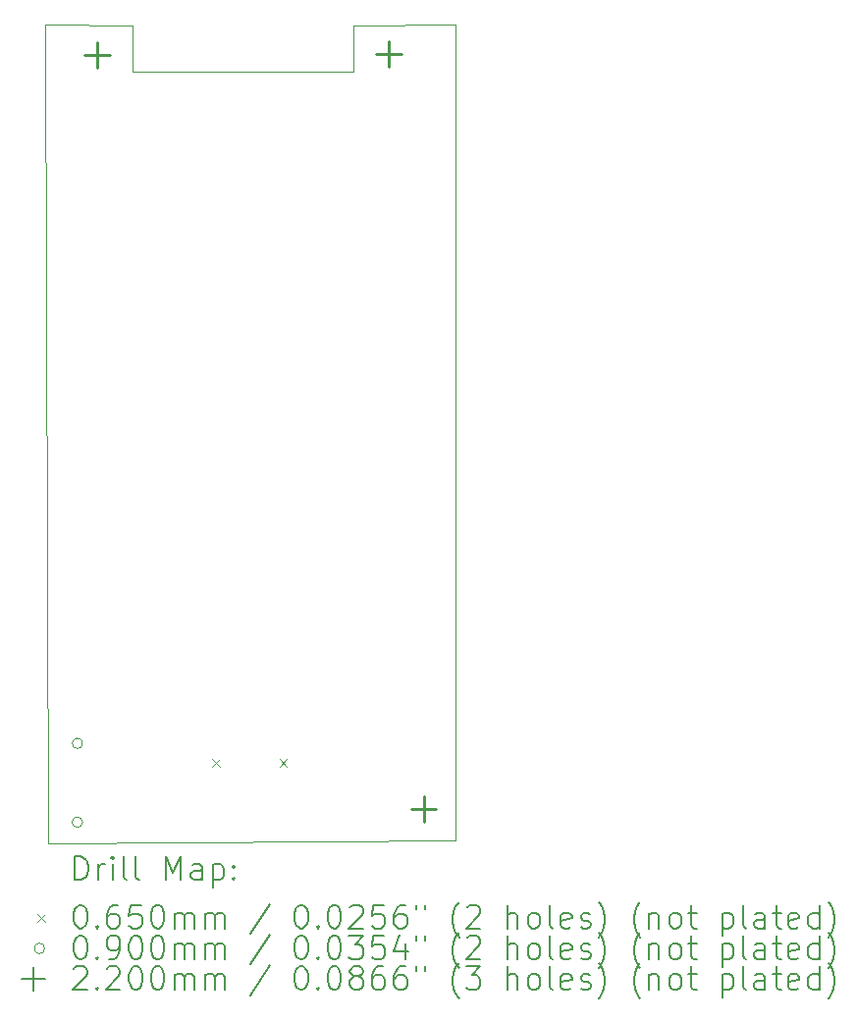
<source format=gbr>
%TF.GenerationSoftware,KiCad,Pcbnew,8.0.5-1.fc40*%
%TF.CreationDate,2024-10-05T09:11:12-05:00*%
%TF.ProjectId,PCB_ESP32,5043425f-4553-4503-9332-2e6b69636164,rev?*%
%TF.SameCoordinates,Original*%
%TF.FileFunction,Drillmap*%
%TF.FilePolarity,Positive*%
%FSLAX45Y45*%
G04 Gerber Fmt 4.5, Leading zero omitted, Abs format (unit mm)*
G04 Created by KiCad (PCBNEW 8.0.5-1.fc40) date 2024-10-05 09:11:12*
%MOMM*%
%LPD*%
G01*
G04 APERTURE LIST*
%ADD10C,0.050000*%
%ADD11C,0.200000*%
%ADD12C,0.100000*%
%ADD13C,0.220000*%
G04 APERTURE END LIST*
D10*
X17054000Y-13964000D02*
X13541000Y-13986000D01*
X13514000Y-6929000D01*
X14270000Y-6930000D01*
X14270000Y-7330000D01*
X16170000Y-7330000D01*
X16170000Y-6930000D01*
X17058000Y-6927000D01*
X17054000Y-13964000D01*
D11*
D12*
X14956500Y-13257000D02*
X15021500Y-13322000D01*
X15021500Y-13257000D02*
X14956500Y-13322000D01*
X15534500Y-13257000D02*
X15599500Y-13322000D01*
X15599500Y-13257000D02*
X15534500Y-13322000D01*
X13838000Y-13124000D02*
G75*
G02*
X13748000Y-13124000I-45000J0D01*
G01*
X13748000Y-13124000D02*
G75*
G02*
X13838000Y-13124000I45000J0D01*
G01*
X13838000Y-13804000D02*
G75*
G02*
X13748000Y-13804000I-45000J0D01*
G01*
X13748000Y-13804000D02*
G75*
G02*
X13838000Y-13804000I45000J0D01*
G01*
D13*
X13960000Y-7080000D02*
X13960000Y-7300000D01*
X13850000Y-7190000D02*
X14070000Y-7190000D01*
X16480000Y-7070000D02*
X16480000Y-7290000D01*
X16370000Y-7180000D02*
X16590000Y-7180000D01*
X16779000Y-13577000D02*
X16779000Y-13797000D01*
X16669000Y-13687000D02*
X16889000Y-13687000D01*
D11*
X13772277Y-14299984D02*
X13772277Y-14099984D01*
X13772277Y-14099984D02*
X13819896Y-14099984D01*
X13819896Y-14099984D02*
X13848467Y-14109508D01*
X13848467Y-14109508D02*
X13867515Y-14128555D01*
X13867515Y-14128555D02*
X13877039Y-14147603D01*
X13877039Y-14147603D02*
X13886562Y-14185698D01*
X13886562Y-14185698D02*
X13886562Y-14214269D01*
X13886562Y-14214269D02*
X13877039Y-14252365D01*
X13877039Y-14252365D02*
X13867515Y-14271412D01*
X13867515Y-14271412D02*
X13848467Y-14290460D01*
X13848467Y-14290460D02*
X13819896Y-14299984D01*
X13819896Y-14299984D02*
X13772277Y-14299984D01*
X13972277Y-14299984D02*
X13972277Y-14166650D01*
X13972277Y-14204746D02*
X13981801Y-14185698D01*
X13981801Y-14185698D02*
X13991324Y-14176174D01*
X13991324Y-14176174D02*
X14010372Y-14166650D01*
X14010372Y-14166650D02*
X14029420Y-14166650D01*
X14096086Y-14299984D02*
X14096086Y-14166650D01*
X14096086Y-14099984D02*
X14086562Y-14109508D01*
X14086562Y-14109508D02*
X14096086Y-14119031D01*
X14096086Y-14119031D02*
X14105610Y-14109508D01*
X14105610Y-14109508D02*
X14096086Y-14099984D01*
X14096086Y-14099984D02*
X14096086Y-14119031D01*
X14219896Y-14299984D02*
X14200848Y-14290460D01*
X14200848Y-14290460D02*
X14191324Y-14271412D01*
X14191324Y-14271412D02*
X14191324Y-14099984D01*
X14324658Y-14299984D02*
X14305610Y-14290460D01*
X14305610Y-14290460D02*
X14296086Y-14271412D01*
X14296086Y-14271412D02*
X14296086Y-14099984D01*
X14553229Y-14299984D02*
X14553229Y-14099984D01*
X14553229Y-14099984D02*
X14619896Y-14242841D01*
X14619896Y-14242841D02*
X14686562Y-14099984D01*
X14686562Y-14099984D02*
X14686562Y-14299984D01*
X14867515Y-14299984D02*
X14867515Y-14195222D01*
X14867515Y-14195222D02*
X14857991Y-14176174D01*
X14857991Y-14176174D02*
X14838943Y-14166650D01*
X14838943Y-14166650D02*
X14800848Y-14166650D01*
X14800848Y-14166650D02*
X14781801Y-14176174D01*
X14867515Y-14290460D02*
X14848467Y-14299984D01*
X14848467Y-14299984D02*
X14800848Y-14299984D01*
X14800848Y-14299984D02*
X14781801Y-14290460D01*
X14781801Y-14290460D02*
X14772277Y-14271412D01*
X14772277Y-14271412D02*
X14772277Y-14252365D01*
X14772277Y-14252365D02*
X14781801Y-14233317D01*
X14781801Y-14233317D02*
X14800848Y-14223793D01*
X14800848Y-14223793D02*
X14848467Y-14223793D01*
X14848467Y-14223793D02*
X14867515Y-14214269D01*
X14962753Y-14166650D02*
X14962753Y-14366650D01*
X14962753Y-14176174D02*
X14981801Y-14166650D01*
X14981801Y-14166650D02*
X15019896Y-14166650D01*
X15019896Y-14166650D02*
X15038943Y-14176174D01*
X15038943Y-14176174D02*
X15048467Y-14185698D01*
X15048467Y-14185698D02*
X15057991Y-14204746D01*
X15057991Y-14204746D02*
X15057991Y-14261888D01*
X15057991Y-14261888D02*
X15048467Y-14280936D01*
X15048467Y-14280936D02*
X15038943Y-14290460D01*
X15038943Y-14290460D02*
X15019896Y-14299984D01*
X15019896Y-14299984D02*
X14981801Y-14299984D01*
X14981801Y-14299984D02*
X14962753Y-14290460D01*
X15143705Y-14280936D02*
X15153229Y-14290460D01*
X15153229Y-14290460D02*
X15143705Y-14299984D01*
X15143705Y-14299984D02*
X15134182Y-14290460D01*
X15134182Y-14290460D02*
X15143705Y-14280936D01*
X15143705Y-14280936D02*
X15143705Y-14299984D01*
X15143705Y-14176174D02*
X15153229Y-14185698D01*
X15153229Y-14185698D02*
X15143705Y-14195222D01*
X15143705Y-14195222D02*
X15134182Y-14185698D01*
X15134182Y-14185698D02*
X15143705Y-14176174D01*
X15143705Y-14176174D02*
X15143705Y-14195222D01*
D12*
X13446500Y-14596000D02*
X13511500Y-14661000D01*
X13511500Y-14596000D02*
X13446500Y-14661000D01*
D11*
X13810372Y-14519984D02*
X13829420Y-14519984D01*
X13829420Y-14519984D02*
X13848467Y-14529508D01*
X13848467Y-14529508D02*
X13857991Y-14539031D01*
X13857991Y-14539031D02*
X13867515Y-14558079D01*
X13867515Y-14558079D02*
X13877039Y-14596174D01*
X13877039Y-14596174D02*
X13877039Y-14643793D01*
X13877039Y-14643793D02*
X13867515Y-14681888D01*
X13867515Y-14681888D02*
X13857991Y-14700936D01*
X13857991Y-14700936D02*
X13848467Y-14710460D01*
X13848467Y-14710460D02*
X13829420Y-14719984D01*
X13829420Y-14719984D02*
X13810372Y-14719984D01*
X13810372Y-14719984D02*
X13791324Y-14710460D01*
X13791324Y-14710460D02*
X13781801Y-14700936D01*
X13781801Y-14700936D02*
X13772277Y-14681888D01*
X13772277Y-14681888D02*
X13762753Y-14643793D01*
X13762753Y-14643793D02*
X13762753Y-14596174D01*
X13762753Y-14596174D02*
X13772277Y-14558079D01*
X13772277Y-14558079D02*
X13781801Y-14539031D01*
X13781801Y-14539031D02*
X13791324Y-14529508D01*
X13791324Y-14529508D02*
X13810372Y-14519984D01*
X13962753Y-14700936D02*
X13972277Y-14710460D01*
X13972277Y-14710460D02*
X13962753Y-14719984D01*
X13962753Y-14719984D02*
X13953229Y-14710460D01*
X13953229Y-14710460D02*
X13962753Y-14700936D01*
X13962753Y-14700936D02*
X13962753Y-14719984D01*
X14143705Y-14519984D02*
X14105610Y-14519984D01*
X14105610Y-14519984D02*
X14086562Y-14529508D01*
X14086562Y-14529508D02*
X14077039Y-14539031D01*
X14077039Y-14539031D02*
X14057991Y-14567603D01*
X14057991Y-14567603D02*
X14048467Y-14605698D01*
X14048467Y-14605698D02*
X14048467Y-14681888D01*
X14048467Y-14681888D02*
X14057991Y-14700936D01*
X14057991Y-14700936D02*
X14067515Y-14710460D01*
X14067515Y-14710460D02*
X14086562Y-14719984D01*
X14086562Y-14719984D02*
X14124658Y-14719984D01*
X14124658Y-14719984D02*
X14143705Y-14710460D01*
X14143705Y-14710460D02*
X14153229Y-14700936D01*
X14153229Y-14700936D02*
X14162753Y-14681888D01*
X14162753Y-14681888D02*
X14162753Y-14634269D01*
X14162753Y-14634269D02*
X14153229Y-14615222D01*
X14153229Y-14615222D02*
X14143705Y-14605698D01*
X14143705Y-14605698D02*
X14124658Y-14596174D01*
X14124658Y-14596174D02*
X14086562Y-14596174D01*
X14086562Y-14596174D02*
X14067515Y-14605698D01*
X14067515Y-14605698D02*
X14057991Y-14615222D01*
X14057991Y-14615222D02*
X14048467Y-14634269D01*
X14343705Y-14519984D02*
X14248467Y-14519984D01*
X14248467Y-14519984D02*
X14238943Y-14615222D01*
X14238943Y-14615222D02*
X14248467Y-14605698D01*
X14248467Y-14605698D02*
X14267515Y-14596174D01*
X14267515Y-14596174D02*
X14315134Y-14596174D01*
X14315134Y-14596174D02*
X14334182Y-14605698D01*
X14334182Y-14605698D02*
X14343705Y-14615222D01*
X14343705Y-14615222D02*
X14353229Y-14634269D01*
X14353229Y-14634269D02*
X14353229Y-14681888D01*
X14353229Y-14681888D02*
X14343705Y-14700936D01*
X14343705Y-14700936D02*
X14334182Y-14710460D01*
X14334182Y-14710460D02*
X14315134Y-14719984D01*
X14315134Y-14719984D02*
X14267515Y-14719984D01*
X14267515Y-14719984D02*
X14248467Y-14710460D01*
X14248467Y-14710460D02*
X14238943Y-14700936D01*
X14477039Y-14519984D02*
X14496086Y-14519984D01*
X14496086Y-14519984D02*
X14515134Y-14529508D01*
X14515134Y-14529508D02*
X14524658Y-14539031D01*
X14524658Y-14539031D02*
X14534182Y-14558079D01*
X14534182Y-14558079D02*
X14543705Y-14596174D01*
X14543705Y-14596174D02*
X14543705Y-14643793D01*
X14543705Y-14643793D02*
X14534182Y-14681888D01*
X14534182Y-14681888D02*
X14524658Y-14700936D01*
X14524658Y-14700936D02*
X14515134Y-14710460D01*
X14515134Y-14710460D02*
X14496086Y-14719984D01*
X14496086Y-14719984D02*
X14477039Y-14719984D01*
X14477039Y-14719984D02*
X14457991Y-14710460D01*
X14457991Y-14710460D02*
X14448467Y-14700936D01*
X14448467Y-14700936D02*
X14438943Y-14681888D01*
X14438943Y-14681888D02*
X14429420Y-14643793D01*
X14429420Y-14643793D02*
X14429420Y-14596174D01*
X14429420Y-14596174D02*
X14438943Y-14558079D01*
X14438943Y-14558079D02*
X14448467Y-14539031D01*
X14448467Y-14539031D02*
X14457991Y-14529508D01*
X14457991Y-14529508D02*
X14477039Y-14519984D01*
X14629420Y-14719984D02*
X14629420Y-14586650D01*
X14629420Y-14605698D02*
X14638943Y-14596174D01*
X14638943Y-14596174D02*
X14657991Y-14586650D01*
X14657991Y-14586650D02*
X14686563Y-14586650D01*
X14686563Y-14586650D02*
X14705610Y-14596174D01*
X14705610Y-14596174D02*
X14715134Y-14615222D01*
X14715134Y-14615222D02*
X14715134Y-14719984D01*
X14715134Y-14615222D02*
X14724658Y-14596174D01*
X14724658Y-14596174D02*
X14743705Y-14586650D01*
X14743705Y-14586650D02*
X14772277Y-14586650D01*
X14772277Y-14586650D02*
X14791324Y-14596174D01*
X14791324Y-14596174D02*
X14800848Y-14615222D01*
X14800848Y-14615222D02*
X14800848Y-14719984D01*
X14896086Y-14719984D02*
X14896086Y-14586650D01*
X14896086Y-14605698D02*
X14905610Y-14596174D01*
X14905610Y-14596174D02*
X14924658Y-14586650D01*
X14924658Y-14586650D02*
X14953229Y-14586650D01*
X14953229Y-14586650D02*
X14972277Y-14596174D01*
X14972277Y-14596174D02*
X14981801Y-14615222D01*
X14981801Y-14615222D02*
X14981801Y-14719984D01*
X14981801Y-14615222D02*
X14991324Y-14596174D01*
X14991324Y-14596174D02*
X15010372Y-14586650D01*
X15010372Y-14586650D02*
X15038943Y-14586650D01*
X15038943Y-14586650D02*
X15057991Y-14596174D01*
X15057991Y-14596174D02*
X15067515Y-14615222D01*
X15067515Y-14615222D02*
X15067515Y-14719984D01*
X15457991Y-14510460D02*
X15286563Y-14767603D01*
X15715134Y-14519984D02*
X15734182Y-14519984D01*
X15734182Y-14519984D02*
X15753229Y-14529508D01*
X15753229Y-14529508D02*
X15762753Y-14539031D01*
X15762753Y-14539031D02*
X15772277Y-14558079D01*
X15772277Y-14558079D02*
X15781801Y-14596174D01*
X15781801Y-14596174D02*
X15781801Y-14643793D01*
X15781801Y-14643793D02*
X15772277Y-14681888D01*
X15772277Y-14681888D02*
X15762753Y-14700936D01*
X15762753Y-14700936D02*
X15753229Y-14710460D01*
X15753229Y-14710460D02*
X15734182Y-14719984D01*
X15734182Y-14719984D02*
X15715134Y-14719984D01*
X15715134Y-14719984D02*
X15696086Y-14710460D01*
X15696086Y-14710460D02*
X15686563Y-14700936D01*
X15686563Y-14700936D02*
X15677039Y-14681888D01*
X15677039Y-14681888D02*
X15667515Y-14643793D01*
X15667515Y-14643793D02*
X15667515Y-14596174D01*
X15667515Y-14596174D02*
X15677039Y-14558079D01*
X15677039Y-14558079D02*
X15686563Y-14539031D01*
X15686563Y-14539031D02*
X15696086Y-14529508D01*
X15696086Y-14529508D02*
X15715134Y-14519984D01*
X15867515Y-14700936D02*
X15877039Y-14710460D01*
X15877039Y-14710460D02*
X15867515Y-14719984D01*
X15867515Y-14719984D02*
X15857991Y-14710460D01*
X15857991Y-14710460D02*
X15867515Y-14700936D01*
X15867515Y-14700936D02*
X15867515Y-14719984D01*
X16000848Y-14519984D02*
X16019896Y-14519984D01*
X16019896Y-14519984D02*
X16038944Y-14529508D01*
X16038944Y-14529508D02*
X16048467Y-14539031D01*
X16048467Y-14539031D02*
X16057991Y-14558079D01*
X16057991Y-14558079D02*
X16067515Y-14596174D01*
X16067515Y-14596174D02*
X16067515Y-14643793D01*
X16067515Y-14643793D02*
X16057991Y-14681888D01*
X16057991Y-14681888D02*
X16048467Y-14700936D01*
X16048467Y-14700936D02*
X16038944Y-14710460D01*
X16038944Y-14710460D02*
X16019896Y-14719984D01*
X16019896Y-14719984D02*
X16000848Y-14719984D01*
X16000848Y-14719984D02*
X15981801Y-14710460D01*
X15981801Y-14710460D02*
X15972277Y-14700936D01*
X15972277Y-14700936D02*
X15962753Y-14681888D01*
X15962753Y-14681888D02*
X15953229Y-14643793D01*
X15953229Y-14643793D02*
X15953229Y-14596174D01*
X15953229Y-14596174D02*
X15962753Y-14558079D01*
X15962753Y-14558079D02*
X15972277Y-14539031D01*
X15972277Y-14539031D02*
X15981801Y-14529508D01*
X15981801Y-14529508D02*
X16000848Y-14519984D01*
X16143706Y-14539031D02*
X16153229Y-14529508D01*
X16153229Y-14529508D02*
X16172277Y-14519984D01*
X16172277Y-14519984D02*
X16219896Y-14519984D01*
X16219896Y-14519984D02*
X16238944Y-14529508D01*
X16238944Y-14529508D02*
X16248467Y-14539031D01*
X16248467Y-14539031D02*
X16257991Y-14558079D01*
X16257991Y-14558079D02*
X16257991Y-14577127D01*
X16257991Y-14577127D02*
X16248467Y-14605698D01*
X16248467Y-14605698D02*
X16134182Y-14719984D01*
X16134182Y-14719984D02*
X16257991Y-14719984D01*
X16438944Y-14519984D02*
X16343706Y-14519984D01*
X16343706Y-14519984D02*
X16334182Y-14615222D01*
X16334182Y-14615222D02*
X16343706Y-14605698D01*
X16343706Y-14605698D02*
X16362753Y-14596174D01*
X16362753Y-14596174D02*
X16410372Y-14596174D01*
X16410372Y-14596174D02*
X16429420Y-14605698D01*
X16429420Y-14605698D02*
X16438944Y-14615222D01*
X16438944Y-14615222D02*
X16448467Y-14634269D01*
X16448467Y-14634269D02*
X16448467Y-14681888D01*
X16448467Y-14681888D02*
X16438944Y-14700936D01*
X16438944Y-14700936D02*
X16429420Y-14710460D01*
X16429420Y-14710460D02*
X16410372Y-14719984D01*
X16410372Y-14719984D02*
X16362753Y-14719984D01*
X16362753Y-14719984D02*
X16343706Y-14710460D01*
X16343706Y-14710460D02*
X16334182Y-14700936D01*
X16619896Y-14519984D02*
X16581801Y-14519984D01*
X16581801Y-14519984D02*
X16562753Y-14529508D01*
X16562753Y-14529508D02*
X16553229Y-14539031D01*
X16553229Y-14539031D02*
X16534182Y-14567603D01*
X16534182Y-14567603D02*
X16524658Y-14605698D01*
X16524658Y-14605698D02*
X16524658Y-14681888D01*
X16524658Y-14681888D02*
X16534182Y-14700936D01*
X16534182Y-14700936D02*
X16543706Y-14710460D01*
X16543706Y-14710460D02*
X16562753Y-14719984D01*
X16562753Y-14719984D02*
X16600848Y-14719984D01*
X16600848Y-14719984D02*
X16619896Y-14710460D01*
X16619896Y-14710460D02*
X16629420Y-14700936D01*
X16629420Y-14700936D02*
X16638944Y-14681888D01*
X16638944Y-14681888D02*
X16638944Y-14634269D01*
X16638944Y-14634269D02*
X16629420Y-14615222D01*
X16629420Y-14615222D02*
X16619896Y-14605698D01*
X16619896Y-14605698D02*
X16600848Y-14596174D01*
X16600848Y-14596174D02*
X16562753Y-14596174D01*
X16562753Y-14596174D02*
X16543706Y-14605698D01*
X16543706Y-14605698D02*
X16534182Y-14615222D01*
X16534182Y-14615222D02*
X16524658Y-14634269D01*
X16715134Y-14519984D02*
X16715134Y-14558079D01*
X16791325Y-14519984D02*
X16791325Y-14558079D01*
X17086563Y-14796174D02*
X17077039Y-14786650D01*
X17077039Y-14786650D02*
X17057991Y-14758079D01*
X17057991Y-14758079D02*
X17048468Y-14739031D01*
X17048468Y-14739031D02*
X17038944Y-14710460D01*
X17038944Y-14710460D02*
X17029420Y-14662841D01*
X17029420Y-14662841D02*
X17029420Y-14624746D01*
X17029420Y-14624746D02*
X17038944Y-14577127D01*
X17038944Y-14577127D02*
X17048468Y-14548555D01*
X17048468Y-14548555D02*
X17057991Y-14529508D01*
X17057991Y-14529508D02*
X17077039Y-14500936D01*
X17077039Y-14500936D02*
X17086563Y-14491412D01*
X17153230Y-14539031D02*
X17162753Y-14529508D01*
X17162753Y-14529508D02*
X17181801Y-14519984D01*
X17181801Y-14519984D02*
X17229420Y-14519984D01*
X17229420Y-14519984D02*
X17248468Y-14529508D01*
X17248468Y-14529508D02*
X17257991Y-14539031D01*
X17257991Y-14539031D02*
X17267515Y-14558079D01*
X17267515Y-14558079D02*
X17267515Y-14577127D01*
X17267515Y-14577127D02*
X17257991Y-14605698D01*
X17257991Y-14605698D02*
X17143706Y-14719984D01*
X17143706Y-14719984D02*
X17267515Y-14719984D01*
X17505611Y-14719984D02*
X17505611Y-14519984D01*
X17591325Y-14719984D02*
X17591325Y-14615222D01*
X17591325Y-14615222D02*
X17581801Y-14596174D01*
X17581801Y-14596174D02*
X17562753Y-14586650D01*
X17562753Y-14586650D02*
X17534182Y-14586650D01*
X17534182Y-14586650D02*
X17515134Y-14596174D01*
X17515134Y-14596174D02*
X17505611Y-14605698D01*
X17715134Y-14719984D02*
X17696087Y-14710460D01*
X17696087Y-14710460D02*
X17686563Y-14700936D01*
X17686563Y-14700936D02*
X17677039Y-14681888D01*
X17677039Y-14681888D02*
X17677039Y-14624746D01*
X17677039Y-14624746D02*
X17686563Y-14605698D01*
X17686563Y-14605698D02*
X17696087Y-14596174D01*
X17696087Y-14596174D02*
X17715134Y-14586650D01*
X17715134Y-14586650D02*
X17743706Y-14586650D01*
X17743706Y-14586650D02*
X17762753Y-14596174D01*
X17762753Y-14596174D02*
X17772277Y-14605698D01*
X17772277Y-14605698D02*
X17781801Y-14624746D01*
X17781801Y-14624746D02*
X17781801Y-14681888D01*
X17781801Y-14681888D02*
X17772277Y-14700936D01*
X17772277Y-14700936D02*
X17762753Y-14710460D01*
X17762753Y-14710460D02*
X17743706Y-14719984D01*
X17743706Y-14719984D02*
X17715134Y-14719984D01*
X17896087Y-14719984D02*
X17877039Y-14710460D01*
X17877039Y-14710460D02*
X17867515Y-14691412D01*
X17867515Y-14691412D02*
X17867515Y-14519984D01*
X18048468Y-14710460D02*
X18029420Y-14719984D01*
X18029420Y-14719984D02*
X17991325Y-14719984D01*
X17991325Y-14719984D02*
X17972277Y-14710460D01*
X17972277Y-14710460D02*
X17962753Y-14691412D01*
X17962753Y-14691412D02*
X17962753Y-14615222D01*
X17962753Y-14615222D02*
X17972277Y-14596174D01*
X17972277Y-14596174D02*
X17991325Y-14586650D01*
X17991325Y-14586650D02*
X18029420Y-14586650D01*
X18029420Y-14586650D02*
X18048468Y-14596174D01*
X18048468Y-14596174D02*
X18057992Y-14615222D01*
X18057992Y-14615222D02*
X18057992Y-14634269D01*
X18057992Y-14634269D02*
X17962753Y-14653317D01*
X18134182Y-14710460D02*
X18153230Y-14719984D01*
X18153230Y-14719984D02*
X18191325Y-14719984D01*
X18191325Y-14719984D02*
X18210373Y-14710460D01*
X18210373Y-14710460D02*
X18219896Y-14691412D01*
X18219896Y-14691412D02*
X18219896Y-14681888D01*
X18219896Y-14681888D02*
X18210373Y-14662841D01*
X18210373Y-14662841D02*
X18191325Y-14653317D01*
X18191325Y-14653317D02*
X18162753Y-14653317D01*
X18162753Y-14653317D02*
X18143706Y-14643793D01*
X18143706Y-14643793D02*
X18134182Y-14624746D01*
X18134182Y-14624746D02*
X18134182Y-14615222D01*
X18134182Y-14615222D02*
X18143706Y-14596174D01*
X18143706Y-14596174D02*
X18162753Y-14586650D01*
X18162753Y-14586650D02*
X18191325Y-14586650D01*
X18191325Y-14586650D02*
X18210373Y-14596174D01*
X18286563Y-14796174D02*
X18296087Y-14786650D01*
X18296087Y-14786650D02*
X18315134Y-14758079D01*
X18315134Y-14758079D02*
X18324658Y-14739031D01*
X18324658Y-14739031D02*
X18334182Y-14710460D01*
X18334182Y-14710460D02*
X18343706Y-14662841D01*
X18343706Y-14662841D02*
X18343706Y-14624746D01*
X18343706Y-14624746D02*
X18334182Y-14577127D01*
X18334182Y-14577127D02*
X18324658Y-14548555D01*
X18324658Y-14548555D02*
X18315134Y-14529508D01*
X18315134Y-14529508D02*
X18296087Y-14500936D01*
X18296087Y-14500936D02*
X18286563Y-14491412D01*
X18648468Y-14796174D02*
X18638944Y-14786650D01*
X18638944Y-14786650D02*
X18619896Y-14758079D01*
X18619896Y-14758079D02*
X18610373Y-14739031D01*
X18610373Y-14739031D02*
X18600849Y-14710460D01*
X18600849Y-14710460D02*
X18591325Y-14662841D01*
X18591325Y-14662841D02*
X18591325Y-14624746D01*
X18591325Y-14624746D02*
X18600849Y-14577127D01*
X18600849Y-14577127D02*
X18610373Y-14548555D01*
X18610373Y-14548555D02*
X18619896Y-14529508D01*
X18619896Y-14529508D02*
X18638944Y-14500936D01*
X18638944Y-14500936D02*
X18648468Y-14491412D01*
X18724658Y-14586650D02*
X18724658Y-14719984D01*
X18724658Y-14605698D02*
X18734182Y-14596174D01*
X18734182Y-14596174D02*
X18753230Y-14586650D01*
X18753230Y-14586650D02*
X18781801Y-14586650D01*
X18781801Y-14586650D02*
X18800849Y-14596174D01*
X18800849Y-14596174D02*
X18810373Y-14615222D01*
X18810373Y-14615222D02*
X18810373Y-14719984D01*
X18934182Y-14719984D02*
X18915134Y-14710460D01*
X18915134Y-14710460D02*
X18905611Y-14700936D01*
X18905611Y-14700936D02*
X18896087Y-14681888D01*
X18896087Y-14681888D02*
X18896087Y-14624746D01*
X18896087Y-14624746D02*
X18905611Y-14605698D01*
X18905611Y-14605698D02*
X18915134Y-14596174D01*
X18915134Y-14596174D02*
X18934182Y-14586650D01*
X18934182Y-14586650D02*
X18962754Y-14586650D01*
X18962754Y-14586650D02*
X18981801Y-14596174D01*
X18981801Y-14596174D02*
X18991325Y-14605698D01*
X18991325Y-14605698D02*
X19000849Y-14624746D01*
X19000849Y-14624746D02*
X19000849Y-14681888D01*
X19000849Y-14681888D02*
X18991325Y-14700936D01*
X18991325Y-14700936D02*
X18981801Y-14710460D01*
X18981801Y-14710460D02*
X18962754Y-14719984D01*
X18962754Y-14719984D02*
X18934182Y-14719984D01*
X19057992Y-14586650D02*
X19134182Y-14586650D01*
X19086563Y-14519984D02*
X19086563Y-14691412D01*
X19086563Y-14691412D02*
X19096087Y-14710460D01*
X19096087Y-14710460D02*
X19115134Y-14719984D01*
X19115134Y-14719984D02*
X19134182Y-14719984D01*
X19353230Y-14586650D02*
X19353230Y-14786650D01*
X19353230Y-14596174D02*
X19372277Y-14586650D01*
X19372277Y-14586650D02*
X19410373Y-14586650D01*
X19410373Y-14586650D02*
X19429420Y-14596174D01*
X19429420Y-14596174D02*
X19438944Y-14605698D01*
X19438944Y-14605698D02*
X19448468Y-14624746D01*
X19448468Y-14624746D02*
X19448468Y-14681888D01*
X19448468Y-14681888D02*
X19438944Y-14700936D01*
X19438944Y-14700936D02*
X19429420Y-14710460D01*
X19429420Y-14710460D02*
X19410373Y-14719984D01*
X19410373Y-14719984D02*
X19372277Y-14719984D01*
X19372277Y-14719984D02*
X19353230Y-14710460D01*
X19562754Y-14719984D02*
X19543706Y-14710460D01*
X19543706Y-14710460D02*
X19534182Y-14691412D01*
X19534182Y-14691412D02*
X19534182Y-14519984D01*
X19724658Y-14719984D02*
X19724658Y-14615222D01*
X19724658Y-14615222D02*
X19715135Y-14596174D01*
X19715135Y-14596174D02*
X19696087Y-14586650D01*
X19696087Y-14586650D02*
X19657992Y-14586650D01*
X19657992Y-14586650D02*
X19638944Y-14596174D01*
X19724658Y-14710460D02*
X19705611Y-14719984D01*
X19705611Y-14719984D02*
X19657992Y-14719984D01*
X19657992Y-14719984D02*
X19638944Y-14710460D01*
X19638944Y-14710460D02*
X19629420Y-14691412D01*
X19629420Y-14691412D02*
X19629420Y-14672365D01*
X19629420Y-14672365D02*
X19638944Y-14653317D01*
X19638944Y-14653317D02*
X19657992Y-14643793D01*
X19657992Y-14643793D02*
X19705611Y-14643793D01*
X19705611Y-14643793D02*
X19724658Y-14634269D01*
X19791325Y-14586650D02*
X19867515Y-14586650D01*
X19819896Y-14519984D02*
X19819896Y-14691412D01*
X19819896Y-14691412D02*
X19829420Y-14710460D01*
X19829420Y-14710460D02*
X19848468Y-14719984D01*
X19848468Y-14719984D02*
X19867515Y-14719984D01*
X20010373Y-14710460D02*
X19991325Y-14719984D01*
X19991325Y-14719984D02*
X19953230Y-14719984D01*
X19953230Y-14719984D02*
X19934182Y-14710460D01*
X19934182Y-14710460D02*
X19924658Y-14691412D01*
X19924658Y-14691412D02*
X19924658Y-14615222D01*
X19924658Y-14615222D02*
X19934182Y-14596174D01*
X19934182Y-14596174D02*
X19953230Y-14586650D01*
X19953230Y-14586650D02*
X19991325Y-14586650D01*
X19991325Y-14586650D02*
X20010373Y-14596174D01*
X20010373Y-14596174D02*
X20019896Y-14615222D01*
X20019896Y-14615222D02*
X20019896Y-14634269D01*
X20019896Y-14634269D02*
X19924658Y-14653317D01*
X20191325Y-14719984D02*
X20191325Y-14519984D01*
X20191325Y-14710460D02*
X20172277Y-14719984D01*
X20172277Y-14719984D02*
X20134182Y-14719984D01*
X20134182Y-14719984D02*
X20115135Y-14710460D01*
X20115135Y-14710460D02*
X20105611Y-14700936D01*
X20105611Y-14700936D02*
X20096087Y-14681888D01*
X20096087Y-14681888D02*
X20096087Y-14624746D01*
X20096087Y-14624746D02*
X20105611Y-14605698D01*
X20105611Y-14605698D02*
X20115135Y-14596174D01*
X20115135Y-14596174D02*
X20134182Y-14586650D01*
X20134182Y-14586650D02*
X20172277Y-14586650D01*
X20172277Y-14586650D02*
X20191325Y-14596174D01*
X20267516Y-14796174D02*
X20277039Y-14786650D01*
X20277039Y-14786650D02*
X20296087Y-14758079D01*
X20296087Y-14758079D02*
X20305611Y-14739031D01*
X20305611Y-14739031D02*
X20315135Y-14710460D01*
X20315135Y-14710460D02*
X20324658Y-14662841D01*
X20324658Y-14662841D02*
X20324658Y-14624746D01*
X20324658Y-14624746D02*
X20315135Y-14577127D01*
X20315135Y-14577127D02*
X20305611Y-14548555D01*
X20305611Y-14548555D02*
X20296087Y-14529508D01*
X20296087Y-14529508D02*
X20277039Y-14500936D01*
X20277039Y-14500936D02*
X20267516Y-14491412D01*
D12*
X13511500Y-14892500D02*
G75*
G02*
X13421500Y-14892500I-45000J0D01*
G01*
X13421500Y-14892500D02*
G75*
G02*
X13511500Y-14892500I45000J0D01*
G01*
D11*
X13810372Y-14783984D02*
X13829420Y-14783984D01*
X13829420Y-14783984D02*
X13848467Y-14793508D01*
X13848467Y-14793508D02*
X13857991Y-14803031D01*
X13857991Y-14803031D02*
X13867515Y-14822079D01*
X13867515Y-14822079D02*
X13877039Y-14860174D01*
X13877039Y-14860174D02*
X13877039Y-14907793D01*
X13877039Y-14907793D02*
X13867515Y-14945888D01*
X13867515Y-14945888D02*
X13857991Y-14964936D01*
X13857991Y-14964936D02*
X13848467Y-14974460D01*
X13848467Y-14974460D02*
X13829420Y-14983984D01*
X13829420Y-14983984D02*
X13810372Y-14983984D01*
X13810372Y-14983984D02*
X13791324Y-14974460D01*
X13791324Y-14974460D02*
X13781801Y-14964936D01*
X13781801Y-14964936D02*
X13772277Y-14945888D01*
X13772277Y-14945888D02*
X13762753Y-14907793D01*
X13762753Y-14907793D02*
X13762753Y-14860174D01*
X13762753Y-14860174D02*
X13772277Y-14822079D01*
X13772277Y-14822079D02*
X13781801Y-14803031D01*
X13781801Y-14803031D02*
X13791324Y-14793508D01*
X13791324Y-14793508D02*
X13810372Y-14783984D01*
X13962753Y-14964936D02*
X13972277Y-14974460D01*
X13972277Y-14974460D02*
X13962753Y-14983984D01*
X13962753Y-14983984D02*
X13953229Y-14974460D01*
X13953229Y-14974460D02*
X13962753Y-14964936D01*
X13962753Y-14964936D02*
X13962753Y-14983984D01*
X14067515Y-14983984D02*
X14105610Y-14983984D01*
X14105610Y-14983984D02*
X14124658Y-14974460D01*
X14124658Y-14974460D02*
X14134182Y-14964936D01*
X14134182Y-14964936D02*
X14153229Y-14936365D01*
X14153229Y-14936365D02*
X14162753Y-14898269D01*
X14162753Y-14898269D02*
X14162753Y-14822079D01*
X14162753Y-14822079D02*
X14153229Y-14803031D01*
X14153229Y-14803031D02*
X14143705Y-14793508D01*
X14143705Y-14793508D02*
X14124658Y-14783984D01*
X14124658Y-14783984D02*
X14086562Y-14783984D01*
X14086562Y-14783984D02*
X14067515Y-14793508D01*
X14067515Y-14793508D02*
X14057991Y-14803031D01*
X14057991Y-14803031D02*
X14048467Y-14822079D01*
X14048467Y-14822079D02*
X14048467Y-14869698D01*
X14048467Y-14869698D02*
X14057991Y-14888746D01*
X14057991Y-14888746D02*
X14067515Y-14898269D01*
X14067515Y-14898269D02*
X14086562Y-14907793D01*
X14086562Y-14907793D02*
X14124658Y-14907793D01*
X14124658Y-14907793D02*
X14143705Y-14898269D01*
X14143705Y-14898269D02*
X14153229Y-14888746D01*
X14153229Y-14888746D02*
X14162753Y-14869698D01*
X14286562Y-14783984D02*
X14305610Y-14783984D01*
X14305610Y-14783984D02*
X14324658Y-14793508D01*
X14324658Y-14793508D02*
X14334182Y-14803031D01*
X14334182Y-14803031D02*
X14343705Y-14822079D01*
X14343705Y-14822079D02*
X14353229Y-14860174D01*
X14353229Y-14860174D02*
X14353229Y-14907793D01*
X14353229Y-14907793D02*
X14343705Y-14945888D01*
X14343705Y-14945888D02*
X14334182Y-14964936D01*
X14334182Y-14964936D02*
X14324658Y-14974460D01*
X14324658Y-14974460D02*
X14305610Y-14983984D01*
X14305610Y-14983984D02*
X14286562Y-14983984D01*
X14286562Y-14983984D02*
X14267515Y-14974460D01*
X14267515Y-14974460D02*
X14257991Y-14964936D01*
X14257991Y-14964936D02*
X14248467Y-14945888D01*
X14248467Y-14945888D02*
X14238943Y-14907793D01*
X14238943Y-14907793D02*
X14238943Y-14860174D01*
X14238943Y-14860174D02*
X14248467Y-14822079D01*
X14248467Y-14822079D02*
X14257991Y-14803031D01*
X14257991Y-14803031D02*
X14267515Y-14793508D01*
X14267515Y-14793508D02*
X14286562Y-14783984D01*
X14477039Y-14783984D02*
X14496086Y-14783984D01*
X14496086Y-14783984D02*
X14515134Y-14793508D01*
X14515134Y-14793508D02*
X14524658Y-14803031D01*
X14524658Y-14803031D02*
X14534182Y-14822079D01*
X14534182Y-14822079D02*
X14543705Y-14860174D01*
X14543705Y-14860174D02*
X14543705Y-14907793D01*
X14543705Y-14907793D02*
X14534182Y-14945888D01*
X14534182Y-14945888D02*
X14524658Y-14964936D01*
X14524658Y-14964936D02*
X14515134Y-14974460D01*
X14515134Y-14974460D02*
X14496086Y-14983984D01*
X14496086Y-14983984D02*
X14477039Y-14983984D01*
X14477039Y-14983984D02*
X14457991Y-14974460D01*
X14457991Y-14974460D02*
X14448467Y-14964936D01*
X14448467Y-14964936D02*
X14438943Y-14945888D01*
X14438943Y-14945888D02*
X14429420Y-14907793D01*
X14429420Y-14907793D02*
X14429420Y-14860174D01*
X14429420Y-14860174D02*
X14438943Y-14822079D01*
X14438943Y-14822079D02*
X14448467Y-14803031D01*
X14448467Y-14803031D02*
X14457991Y-14793508D01*
X14457991Y-14793508D02*
X14477039Y-14783984D01*
X14629420Y-14983984D02*
X14629420Y-14850650D01*
X14629420Y-14869698D02*
X14638943Y-14860174D01*
X14638943Y-14860174D02*
X14657991Y-14850650D01*
X14657991Y-14850650D02*
X14686563Y-14850650D01*
X14686563Y-14850650D02*
X14705610Y-14860174D01*
X14705610Y-14860174D02*
X14715134Y-14879222D01*
X14715134Y-14879222D02*
X14715134Y-14983984D01*
X14715134Y-14879222D02*
X14724658Y-14860174D01*
X14724658Y-14860174D02*
X14743705Y-14850650D01*
X14743705Y-14850650D02*
X14772277Y-14850650D01*
X14772277Y-14850650D02*
X14791324Y-14860174D01*
X14791324Y-14860174D02*
X14800848Y-14879222D01*
X14800848Y-14879222D02*
X14800848Y-14983984D01*
X14896086Y-14983984D02*
X14896086Y-14850650D01*
X14896086Y-14869698D02*
X14905610Y-14860174D01*
X14905610Y-14860174D02*
X14924658Y-14850650D01*
X14924658Y-14850650D02*
X14953229Y-14850650D01*
X14953229Y-14850650D02*
X14972277Y-14860174D01*
X14972277Y-14860174D02*
X14981801Y-14879222D01*
X14981801Y-14879222D02*
X14981801Y-14983984D01*
X14981801Y-14879222D02*
X14991324Y-14860174D01*
X14991324Y-14860174D02*
X15010372Y-14850650D01*
X15010372Y-14850650D02*
X15038943Y-14850650D01*
X15038943Y-14850650D02*
X15057991Y-14860174D01*
X15057991Y-14860174D02*
X15067515Y-14879222D01*
X15067515Y-14879222D02*
X15067515Y-14983984D01*
X15457991Y-14774460D02*
X15286563Y-15031603D01*
X15715134Y-14783984D02*
X15734182Y-14783984D01*
X15734182Y-14783984D02*
X15753229Y-14793508D01*
X15753229Y-14793508D02*
X15762753Y-14803031D01*
X15762753Y-14803031D02*
X15772277Y-14822079D01*
X15772277Y-14822079D02*
X15781801Y-14860174D01*
X15781801Y-14860174D02*
X15781801Y-14907793D01*
X15781801Y-14907793D02*
X15772277Y-14945888D01*
X15772277Y-14945888D02*
X15762753Y-14964936D01*
X15762753Y-14964936D02*
X15753229Y-14974460D01*
X15753229Y-14974460D02*
X15734182Y-14983984D01*
X15734182Y-14983984D02*
X15715134Y-14983984D01*
X15715134Y-14983984D02*
X15696086Y-14974460D01*
X15696086Y-14974460D02*
X15686563Y-14964936D01*
X15686563Y-14964936D02*
X15677039Y-14945888D01*
X15677039Y-14945888D02*
X15667515Y-14907793D01*
X15667515Y-14907793D02*
X15667515Y-14860174D01*
X15667515Y-14860174D02*
X15677039Y-14822079D01*
X15677039Y-14822079D02*
X15686563Y-14803031D01*
X15686563Y-14803031D02*
X15696086Y-14793508D01*
X15696086Y-14793508D02*
X15715134Y-14783984D01*
X15867515Y-14964936D02*
X15877039Y-14974460D01*
X15877039Y-14974460D02*
X15867515Y-14983984D01*
X15867515Y-14983984D02*
X15857991Y-14974460D01*
X15857991Y-14974460D02*
X15867515Y-14964936D01*
X15867515Y-14964936D02*
X15867515Y-14983984D01*
X16000848Y-14783984D02*
X16019896Y-14783984D01*
X16019896Y-14783984D02*
X16038944Y-14793508D01*
X16038944Y-14793508D02*
X16048467Y-14803031D01*
X16048467Y-14803031D02*
X16057991Y-14822079D01*
X16057991Y-14822079D02*
X16067515Y-14860174D01*
X16067515Y-14860174D02*
X16067515Y-14907793D01*
X16067515Y-14907793D02*
X16057991Y-14945888D01*
X16057991Y-14945888D02*
X16048467Y-14964936D01*
X16048467Y-14964936D02*
X16038944Y-14974460D01*
X16038944Y-14974460D02*
X16019896Y-14983984D01*
X16019896Y-14983984D02*
X16000848Y-14983984D01*
X16000848Y-14983984D02*
X15981801Y-14974460D01*
X15981801Y-14974460D02*
X15972277Y-14964936D01*
X15972277Y-14964936D02*
X15962753Y-14945888D01*
X15962753Y-14945888D02*
X15953229Y-14907793D01*
X15953229Y-14907793D02*
X15953229Y-14860174D01*
X15953229Y-14860174D02*
X15962753Y-14822079D01*
X15962753Y-14822079D02*
X15972277Y-14803031D01*
X15972277Y-14803031D02*
X15981801Y-14793508D01*
X15981801Y-14793508D02*
X16000848Y-14783984D01*
X16134182Y-14783984D02*
X16257991Y-14783984D01*
X16257991Y-14783984D02*
X16191325Y-14860174D01*
X16191325Y-14860174D02*
X16219896Y-14860174D01*
X16219896Y-14860174D02*
X16238944Y-14869698D01*
X16238944Y-14869698D02*
X16248467Y-14879222D01*
X16248467Y-14879222D02*
X16257991Y-14898269D01*
X16257991Y-14898269D02*
X16257991Y-14945888D01*
X16257991Y-14945888D02*
X16248467Y-14964936D01*
X16248467Y-14964936D02*
X16238944Y-14974460D01*
X16238944Y-14974460D02*
X16219896Y-14983984D01*
X16219896Y-14983984D02*
X16162753Y-14983984D01*
X16162753Y-14983984D02*
X16143706Y-14974460D01*
X16143706Y-14974460D02*
X16134182Y-14964936D01*
X16438944Y-14783984D02*
X16343706Y-14783984D01*
X16343706Y-14783984D02*
X16334182Y-14879222D01*
X16334182Y-14879222D02*
X16343706Y-14869698D01*
X16343706Y-14869698D02*
X16362753Y-14860174D01*
X16362753Y-14860174D02*
X16410372Y-14860174D01*
X16410372Y-14860174D02*
X16429420Y-14869698D01*
X16429420Y-14869698D02*
X16438944Y-14879222D01*
X16438944Y-14879222D02*
X16448467Y-14898269D01*
X16448467Y-14898269D02*
X16448467Y-14945888D01*
X16448467Y-14945888D02*
X16438944Y-14964936D01*
X16438944Y-14964936D02*
X16429420Y-14974460D01*
X16429420Y-14974460D02*
X16410372Y-14983984D01*
X16410372Y-14983984D02*
X16362753Y-14983984D01*
X16362753Y-14983984D02*
X16343706Y-14974460D01*
X16343706Y-14974460D02*
X16334182Y-14964936D01*
X16619896Y-14850650D02*
X16619896Y-14983984D01*
X16572277Y-14774460D02*
X16524658Y-14917317D01*
X16524658Y-14917317D02*
X16648467Y-14917317D01*
X16715134Y-14783984D02*
X16715134Y-14822079D01*
X16791325Y-14783984D02*
X16791325Y-14822079D01*
X17086563Y-15060174D02*
X17077039Y-15050650D01*
X17077039Y-15050650D02*
X17057991Y-15022079D01*
X17057991Y-15022079D02*
X17048468Y-15003031D01*
X17048468Y-15003031D02*
X17038944Y-14974460D01*
X17038944Y-14974460D02*
X17029420Y-14926841D01*
X17029420Y-14926841D02*
X17029420Y-14888746D01*
X17029420Y-14888746D02*
X17038944Y-14841127D01*
X17038944Y-14841127D02*
X17048468Y-14812555D01*
X17048468Y-14812555D02*
X17057991Y-14793508D01*
X17057991Y-14793508D02*
X17077039Y-14764936D01*
X17077039Y-14764936D02*
X17086563Y-14755412D01*
X17153230Y-14803031D02*
X17162753Y-14793508D01*
X17162753Y-14793508D02*
X17181801Y-14783984D01*
X17181801Y-14783984D02*
X17229420Y-14783984D01*
X17229420Y-14783984D02*
X17248468Y-14793508D01*
X17248468Y-14793508D02*
X17257991Y-14803031D01*
X17257991Y-14803031D02*
X17267515Y-14822079D01*
X17267515Y-14822079D02*
X17267515Y-14841127D01*
X17267515Y-14841127D02*
X17257991Y-14869698D01*
X17257991Y-14869698D02*
X17143706Y-14983984D01*
X17143706Y-14983984D02*
X17267515Y-14983984D01*
X17505611Y-14983984D02*
X17505611Y-14783984D01*
X17591325Y-14983984D02*
X17591325Y-14879222D01*
X17591325Y-14879222D02*
X17581801Y-14860174D01*
X17581801Y-14860174D02*
X17562753Y-14850650D01*
X17562753Y-14850650D02*
X17534182Y-14850650D01*
X17534182Y-14850650D02*
X17515134Y-14860174D01*
X17515134Y-14860174D02*
X17505611Y-14869698D01*
X17715134Y-14983984D02*
X17696087Y-14974460D01*
X17696087Y-14974460D02*
X17686563Y-14964936D01*
X17686563Y-14964936D02*
X17677039Y-14945888D01*
X17677039Y-14945888D02*
X17677039Y-14888746D01*
X17677039Y-14888746D02*
X17686563Y-14869698D01*
X17686563Y-14869698D02*
X17696087Y-14860174D01*
X17696087Y-14860174D02*
X17715134Y-14850650D01*
X17715134Y-14850650D02*
X17743706Y-14850650D01*
X17743706Y-14850650D02*
X17762753Y-14860174D01*
X17762753Y-14860174D02*
X17772277Y-14869698D01*
X17772277Y-14869698D02*
X17781801Y-14888746D01*
X17781801Y-14888746D02*
X17781801Y-14945888D01*
X17781801Y-14945888D02*
X17772277Y-14964936D01*
X17772277Y-14964936D02*
X17762753Y-14974460D01*
X17762753Y-14974460D02*
X17743706Y-14983984D01*
X17743706Y-14983984D02*
X17715134Y-14983984D01*
X17896087Y-14983984D02*
X17877039Y-14974460D01*
X17877039Y-14974460D02*
X17867515Y-14955412D01*
X17867515Y-14955412D02*
X17867515Y-14783984D01*
X18048468Y-14974460D02*
X18029420Y-14983984D01*
X18029420Y-14983984D02*
X17991325Y-14983984D01*
X17991325Y-14983984D02*
X17972277Y-14974460D01*
X17972277Y-14974460D02*
X17962753Y-14955412D01*
X17962753Y-14955412D02*
X17962753Y-14879222D01*
X17962753Y-14879222D02*
X17972277Y-14860174D01*
X17972277Y-14860174D02*
X17991325Y-14850650D01*
X17991325Y-14850650D02*
X18029420Y-14850650D01*
X18029420Y-14850650D02*
X18048468Y-14860174D01*
X18048468Y-14860174D02*
X18057992Y-14879222D01*
X18057992Y-14879222D02*
X18057992Y-14898269D01*
X18057992Y-14898269D02*
X17962753Y-14917317D01*
X18134182Y-14974460D02*
X18153230Y-14983984D01*
X18153230Y-14983984D02*
X18191325Y-14983984D01*
X18191325Y-14983984D02*
X18210373Y-14974460D01*
X18210373Y-14974460D02*
X18219896Y-14955412D01*
X18219896Y-14955412D02*
X18219896Y-14945888D01*
X18219896Y-14945888D02*
X18210373Y-14926841D01*
X18210373Y-14926841D02*
X18191325Y-14917317D01*
X18191325Y-14917317D02*
X18162753Y-14917317D01*
X18162753Y-14917317D02*
X18143706Y-14907793D01*
X18143706Y-14907793D02*
X18134182Y-14888746D01*
X18134182Y-14888746D02*
X18134182Y-14879222D01*
X18134182Y-14879222D02*
X18143706Y-14860174D01*
X18143706Y-14860174D02*
X18162753Y-14850650D01*
X18162753Y-14850650D02*
X18191325Y-14850650D01*
X18191325Y-14850650D02*
X18210373Y-14860174D01*
X18286563Y-15060174D02*
X18296087Y-15050650D01*
X18296087Y-15050650D02*
X18315134Y-15022079D01*
X18315134Y-15022079D02*
X18324658Y-15003031D01*
X18324658Y-15003031D02*
X18334182Y-14974460D01*
X18334182Y-14974460D02*
X18343706Y-14926841D01*
X18343706Y-14926841D02*
X18343706Y-14888746D01*
X18343706Y-14888746D02*
X18334182Y-14841127D01*
X18334182Y-14841127D02*
X18324658Y-14812555D01*
X18324658Y-14812555D02*
X18315134Y-14793508D01*
X18315134Y-14793508D02*
X18296087Y-14764936D01*
X18296087Y-14764936D02*
X18286563Y-14755412D01*
X18648468Y-15060174D02*
X18638944Y-15050650D01*
X18638944Y-15050650D02*
X18619896Y-15022079D01*
X18619896Y-15022079D02*
X18610373Y-15003031D01*
X18610373Y-15003031D02*
X18600849Y-14974460D01*
X18600849Y-14974460D02*
X18591325Y-14926841D01*
X18591325Y-14926841D02*
X18591325Y-14888746D01*
X18591325Y-14888746D02*
X18600849Y-14841127D01*
X18600849Y-14841127D02*
X18610373Y-14812555D01*
X18610373Y-14812555D02*
X18619896Y-14793508D01*
X18619896Y-14793508D02*
X18638944Y-14764936D01*
X18638944Y-14764936D02*
X18648468Y-14755412D01*
X18724658Y-14850650D02*
X18724658Y-14983984D01*
X18724658Y-14869698D02*
X18734182Y-14860174D01*
X18734182Y-14860174D02*
X18753230Y-14850650D01*
X18753230Y-14850650D02*
X18781801Y-14850650D01*
X18781801Y-14850650D02*
X18800849Y-14860174D01*
X18800849Y-14860174D02*
X18810373Y-14879222D01*
X18810373Y-14879222D02*
X18810373Y-14983984D01*
X18934182Y-14983984D02*
X18915134Y-14974460D01*
X18915134Y-14974460D02*
X18905611Y-14964936D01*
X18905611Y-14964936D02*
X18896087Y-14945888D01*
X18896087Y-14945888D02*
X18896087Y-14888746D01*
X18896087Y-14888746D02*
X18905611Y-14869698D01*
X18905611Y-14869698D02*
X18915134Y-14860174D01*
X18915134Y-14860174D02*
X18934182Y-14850650D01*
X18934182Y-14850650D02*
X18962754Y-14850650D01*
X18962754Y-14850650D02*
X18981801Y-14860174D01*
X18981801Y-14860174D02*
X18991325Y-14869698D01*
X18991325Y-14869698D02*
X19000849Y-14888746D01*
X19000849Y-14888746D02*
X19000849Y-14945888D01*
X19000849Y-14945888D02*
X18991325Y-14964936D01*
X18991325Y-14964936D02*
X18981801Y-14974460D01*
X18981801Y-14974460D02*
X18962754Y-14983984D01*
X18962754Y-14983984D02*
X18934182Y-14983984D01*
X19057992Y-14850650D02*
X19134182Y-14850650D01*
X19086563Y-14783984D02*
X19086563Y-14955412D01*
X19086563Y-14955412D02*
X19096087Y-14974460D01*
X19096087Y-14974460D02*
X19115134Y-14983984D01*
X19115134Y-14983984D02*
X19134182Y-14983984D01*
X19353230Y-14850650D02*
X19353230Y-15050650D01*
X19353230Y-14860174D02*
X19372277Y-14850650D01*
X19372277Y-14850650D02*
X19410373Y-14850650D01*
X19410373Y-14850650D02*
X19429420Y-14860174D01*
X19429420Y-14860174D02*
X19438944Y-14869698D01*
X19438944Y-14869698D02*
X19448468Y-14888746D01*
X19448468Y-14888746D02*
X19448468Y-14945888D01*
X19448468Y-14945888D02*
X19438944Y-14964936D01*
X19438944Y-14964936D02*
X19429420Y-14974460D01*
X19429420Y-14974460D02*
X19410373Y-14983984D01*
X19410373Y-14983984D02*
X19372277Y-14983984D01*
X19372277Y-14983984D02*
X19353230Y-14974460D01*
X19562754Y-14983984D02*
X19543706Y-14974460D01*
X19543706Y-14974460D02*
X19534182Y-14955412D01*
X19534182Y-14955412D02*
X19534182Y-14783984D01*
X19724658Y-14983984D02*
X19724658Y-14879222D01*
X19724658Y-14879222D02*
X19715135Y-14860174D01*
X19715135Y-14860174D02*
X19696087Y-14850650D01*
X19696087Y-14850650D02*
X19657992Y-14850650D01*
X19657992Y-14850650D02*
X19638944Y-14860174D01*
X19724658Y-14974460D02*
X19705611Y-14983984D01*
X19705611Y-14983984D02*
X19657992Y-14983984D01*
X19657992Y-14983984D02*
X19638944Y-14974460D01*
X19638944Y-14974460D02*
X19629420Y-14955412D01*
X19629420Y-14955412D02*
X19629420Y-14936365D01*
X19629420Y-14936365D02*
X19638944Y-14917317D01*
X19638944Y-14917317D02*
X19657992Y-14907793D01*
X19657992Y-14907793D02*
X19705611Y-14907793D01*
X19705611Y-14907793D02*
X19724658Y-14898269D01*
X19791325Y-14850650D02*
X19867515Y-14850650D01*
X19819896Y-14783984D02*
X19819896Y-14955412D01*
X19819896Y-14955412D02*
X19829420Y-14974460D01*
X19829420Y-14974460D02*
X19848468Y-14983984D01*
X19848468Y-14983984D02*
X19867515Y-14983984D01*
X20010373Y-14974460D02*
X19991325Y-14983984D01*
X19991325Y-14983984D02*
X19953230Y-14983984D01*
X19953230Y-14983984D02*
X19934182Y-14974460D01*
X19934182Y-14974460D02*
X19924658Y-14955412D01*
X19924658Y-14955412D02*
X19924658Y-14879222D01*
X19924658Y-14879222D02*
X19934182Y-14860174D01*
X19934182Y-14860174D02*
X19953230Y-14850650D01*
X19953230Y-14850650D02*
X19991325Y-14850650D01*
X19991325Y-14850650D02*
X20010373Y-14860174D01*
X20010373Y-14860174D02*
X20019896Y-14879222D01*
X20019896Y-14879222D02*
X20019896Y-14898269D01*
X20019896Y-14898269D02*
X19924658Y-14917317D01*
X20191325Y-14983984D02*
X20191325Y-14783984D01*
X20191325Y-14974460D02*
X20172277Y-14983984D01*
X20172277Y-14983984D02*
X20134182Y-14983984D01*
X20134182Y-14983984D02*
X20115135Y-14974460D01*
X20115135Y-14974460D02*
X20105611Y-14964936D01*
X20105611Y-14964936D02*
X20096087Y-14945888D01*
X20096087Y-14945888D02*
X20096087Y-14888746D01*
X20096087Y-14888746D02*
X20105611Y-14869698D01*
X20105611Y-14869698D02*
X20115135Y-14860174D01*
X20115135Y-14860174D02*
X20134182Y-14850650D01*
X20134182Y-14850650D02*
X20172277Y-14850650D01*
X20172277Y-14850650D02*
X20191325Y-14860174D01*
X20267516Y-15060174D02*
X20277039Y-15050650D01*
X20277039Y-15050650D02*
X20296087Y-15022079D01*
X20296087Y-15022079D02*
X20305611Y-15003031D01*
X20305611Y-15003031D02*
X20315135Y-14974460D01*
X20315135Y-14974460D02*
X20324658Y-14926841D01*
X20324658Y-14926841D02*
X20324658Y-14888746D01*
X20324658Y-14888746D02*
X20315135Y-14841127D01*
X20315135Y-14841127D02*
X20305611Y-14812555D01*
X20305611Y-14812555D02*
X20296087Y-14793508D01*
X20296087Y-14793508D02*
X20277039Y-14764936D01*
X20277039Y-14764936D02*
X20267516Y-14755412D01*
X13411500Y-15056500D02*
X13411500Y-15256500D01*
X13311500Y-15156500D02*
X13511500Y-15156500D01*
X13762753Y-15067031D02*
X13772277Y-15057508D01*
X13772277Y-15057508D02*
X13791324Y-15047984D01*
X13791324Y-15047984D02*
X13838943Y-15047984D01*
X13838943Y-15047984D02*
X13857991Y-15057508D01*
X13857991Y-15057508D02*
X13867515Y-15067031D01*
X13867515Y-15067031D02*
X13877039Y-15086079D01*
X13877039Y-15086079D02*
X13877039Y-15105127D01*
X13877039Y-15105127D02*
X13867515Y-15133698D01*
X13867515Y-15133698D02*
X13753229Y-15247984D01*
X13753229Y-15247984D02*
X13877039Y-15247984D01*
X13962753Y-15228936D02*
X13972277Y-15238460D01*
X13972277Y-15238460D02*
X13962753Y-15247984D01*
X13962753Y-15247984D02*
X13953229Y-15238460D01*
X13953229Y-15238460D02*
X13962753Y-15228936D01*
X13962753Y-15228936D02*
X13962753Y-15247984D01*
X14048467Y-15067031D02*
X14057991Y-15057508D01*
X14057991Y-15057508D02*
X14077039Y-15047984D01*
X14077039Y-15047984D02*
X14124658Y-15047984D01*
X14124658Y-15047984D02*
X14143705Y-15057508D01*
X14143705Y-15057508D02*
X14153229Y-15067031D01*
X14153229Y-15067031D02*
X14162753Y-15086079D01*
X14162753Y-15086079D02*
X14162753Y-15105127D01*
X14162753Y-15105127D02*
X14153229Y-15133698D01*
X14153229Y-15133698D02*
X14038943Y-15247984D01*
X14038943Y-15247984D02*
X14162753Y-15247984D01*
X14286562Y-15047984D02*
X14305610Y-15047984D01*
X14305610Y-15047984D02*
X14324658Y-15057508D01*
X14324658Y-15057508D02*
X14334182Y-15067031D01*
X14334182Y-15067031D02*
X14343705Y-15086079D01*
X14343705Y-15086079D02*
X14353229Y-15124174D01*
X14353229Y-15124174D02*
X14353229Y-15171793D01*
X14353229Y-15171793D02*
X14343705Y-15209888D01*
X14343705Y-15209888D02*
X14334182Y-15228936D01*
X14334182Y-15228936D02*
X14324658Y-15238460D01*
X14324658Y-15238460D02*
X14305610Y-15247984D01*
X14305610Y-15247984D02*
X14286562Y-15247984D01*
X14286562Y-15247984D02*
X14267515Y-15238460D01*
X14267515Y-15238460D02*
X14257991Y-15228936D01*
X14257991Y-15228936D02*
X14248467Y-15209888D01*
X14248467Y-15209888D02*
X14238943Y-15171793D01*
X14238943Y-15171793D02*
X14238943Y-15124174D01*
X14238943Y-15124174D02*
X14248467Y-15086079D01*
X14248467Y-15086079D02*
X14257991Y-15067031D01*
X14257991Y-15067031D02*
X14267515Y-15057508D01*
X14267515Y-15057508D02*
X14286562Y-15047984D01*
X14477039Y-15047984D02*
X14496086Y-15047984D01*
X14496086Y-15047984D02*
X14515134Y-15057508D01*
X14515134Y-15057508D02*
X14524658Y-15067031D01*
X14524658Y-15067031D02*
X14534182Y-15086079D01*
X14534182Y-15086079D02*
X14543705Y-15124174D01*
X14543705Y-15124174D02*
X14543705Y-15171793D01*
X14543705Y-15171793D02*
X14534182Y-15209888D01*
X14534182Y-15209888D02*
X14524658Y-15228936D01*
X14524658Y-15228936D02*
X14515134Y-15238460D01*
X14515134Y-15238460D02*
X14496086Y-15247984D01*
X14496086Y-15247984D02*
X14477039Y-15247984D01*
X14477039Y-15247984D02*
X14457991Y-15238460D01*
X14457991Y-15238460D02*
X14448467Y-15228936D01*
X14448467Y-15228936D02*
X14438943Y-15209888D01*
X14438943Y-15209888D02*
X14429420Y-15171793D01*
X14429420Y-15171793D02*
X14429420Y-15124174D01*
X14429420Y-15124174D02*
X14438943Y-15086079D01*
X14438943Y-15086079D02*
X14448467Y-15067031D01*
X14448467Y-15067031D02*
X14457991Y-15057508D01*
X14457991Y-15057508D02*
X14477039Y-15047984D01*
X14629420Y-15247984D02*
X14629420Y-15114650D01*
X14629420Y-15133698D02*
X14638943Y-15124174D01*
X14638943Y-15124174D02*
X14657991Y-15114650D01*
X14657991Y-15114650D02*
X14686563Y-15114650D01*
X14686563Y-15114650D02*
X14705610Y-15124174D01*
X14705610Y-15124174D02*
X14715134Y-15143222D01*
X14715134Y-15143222D02*
X14715134Y-15247984D01*
X14715134Y-15143222D02*
X14724658Y-15124174D01*
X14724658Y-15124174D02*
X14743705Y-15114650D01*
X14743705Y-15114650D02*
X14772277Y-15114650D01*
X14772277Y-15114650D02*
X14791324Y-15124174D01*
X14791324Y-15124174D02*
X14800848Y-15143222D01*
X14800848Y-15143222D02*
X14800848Y-15247984D01*
X14896086Y-15247984D02*
X14896086Y-15114650D01*
X14896086Y-15133698D02*
X14905610Y-15124174D01*
X14905610Y-15124174D02*
X14924658Y-15114650D01*
X14924658Y-15114650D02*
X14953229Y-15114650D01*
X14953229Y-15114650D02*
X14972277Y-15124174D01*
X14972277Y-15124174D02*
X14981801Y-15143222D01*
X14981801Y-15143222D02*
X14981801Y-15247984D01*
X14981801Y-15143222D02*
X14991324Y-15124174D01*
X14991324Y-15124174D02*
X15010372Y-15114650D01*
X15010372Y-15114650D02*
X15038943Y-15114650D01*
X15038943Y-15114650D02*
X15057991Y-15124174D01*
X15057991Y-15124174D02*
X15067515Y-15143222D01*
X15067515Y-15143222D02*
X15067515Y-15247984D01*
X15457991Y-15038460D02*
X15286563Y-15295603D01*
X15715134Y-15047984D02*
X15734182Y-15047984D01*
X15734182Y-15047984D02*
X15753229Y-15057508D01*
X15753229Y-15057508D02*
X15762753Y-15067031D01*
X15762753Y-15067031D02*
X15772277Y-15086079D01*
X15772277Y-15086079D02*
X15781801Y-15124174D01*
X15781801Y-15124174D02*
X15781801Y-15171793D01*
X15781801Y-15171793D02*
X15772277Y-15209888D01*
X15772277Y-15209888D02*
X15762753Y-15228936D01*
X15762753Y-15228936D02*
X15753229Y-15238460D01*
X15753229Y-15238460D02*
X15734182Y-15247984D01*
X15734182Y-15247984D02*
X15715134Y-15247984D01*
X15715134Y-15247984D02*
X15696086Y-15238460D01*
X15696086Y-15238460D02*
X15686563Y-15228936D01*
X15686563Y-15228936D02*
X15677039Y-15209888D01*
X15677039Y-15209888D02*
X15667515Y-15171793D01*
X15667515Y-15171793D02*
X15667515Y-15124174D01*
X15667515Y-15124174D02*
X15677039Y-15086079D01*
X15677039Y-15086079D02*
X15686563Y-15067031D01*
X15686563Y-15067031D02*
X15696086Y-15057508D01*
X15696086Y-15057508D02*
X15715134Y-15047984D01*
X15867515Y-15228936D02*
X15877039Y-15238460D01*
X15877039Y-15238460D02*
X15867515Y-15247984D01*
X15867515Y-15247984D02*
X15857991Y-15238460D01*
X15857991Y-15238460D02*
X15867515Y-15228936D01*
X15867515Y-15228936D02*
X15867515Y-15247984D01*
X16000848Y-15047984D02*
X16019896Y-15047984D01*
X16019896Y-15047984D02*
X16038944Y-15057508D01*
X16038944Y-15057508D02*
X16048467Y-15067031D01*
X16048467Y-15067031D02*
X16057991Y-15086079D01*
X16057991Y-15086079D02*
X16067515Y-15124174D01*
X16067515Y-15124174D02*
X16067515Y-15171793D01*
X16067515Y-15171793D02*
X16057991Y-15209888D01*
X16057991Y-15209888D02*
X16048467Y-15228936D01*
X16048467Y-15228936D02*
X16038944Y-15238460D01*
X16038944Y-15238460D02*
X16019896Y-15247984D01*
X16019896Y-15247984D02*
X16000848Y-15247984D01*
X16000848Y-15247984D02*
X15981801Y-15238460D01*
X15981801Y-15238460D02*
X15972277Y-15228936D01*
X15972277Y-15228936D02*
X15962753Y-15209888D01*
X15962753Y-15209888D02*
X15953229Y-15171793D01*
X15953229Y-15171793D02*
X15953229Y-15124174D01*
X15953229Y-15124174D02*
X15962753Y-15086079D01*
X15962753Y-15086079D02*
X15972277Y-15067031D01*
X15972277Y-15067031D02*
X15981801Y-15057508D01*
X15981801Y-15057508D02*
X16000848Y-15047984D01*
X16181801Y-15133698D02*
X16162753Y-15124174D01*
X16162753Y-15124174D02*
X16153229Y-15114650D01*
X16153229Y-15114650D02*
X16143706Y-15095603D01*
X16143706Y-15095603D02*
X16143706Y-15086079D01*
X16143706Y-15086079D02*
X16153229Y-15067031D01*
X16153229Y-15067031D02*
X16162753Y-15057508D01*
X16162753Y-15057508D02*
X16181801Y-15047984D01*
X16181801Y-15047984D02*
X16219896Y-15047984D01*
X16219896Y-15047984D02*
X16238944Y-15057508D01*
X16238944Y-15057508D02*
X16248467Y-15067031D01*
X16248467Y-15067031D02*
X16257991Y-15086079D01*
X16257991Y-15086079D02*
X16257991Y-15095603D01*
X16257991Y-15095603D02*
X16248467Y-15114650D01*
X16248467Y-15114650D02*
X16238944Y-15124174D01*
X16238944Y-15124174D02*
X16219896Y-15133698D01*
X16219896Y-15133698D02*
X16181801Y-15133698D01*
X16181801Y-15133698D02*
X16162753Y-15143222D01*
X16162753Y-15143222D02*
X16153229Y-15152746D01*
X16153229Y-15152746D02*
X16143706Y-15171793D01*
X16143706Y-15171793D02*
X16143706Y-15209888D01*
X16143706Y-15209888D02*
X16153229Y-15228936D01*
X16153229Y-15228936D02*
X16162753Y-15238460D01*
X16162753Y-15238460D02*
X16181801Y-15247984D01*
X16181801Y-15247984D02*
X16219896Y-15247984D01*
X16219896Y-15247984D02*
X16238944Y-15238460D01*
X16238944Y-15238460D02*
X16248467Y-15228936D01*
X16248467Y-15228936D02*
X16257991Y-15209888D01*
X16257991Y-15209888D02*
X16257991Y-15171793D01*
X16257991Y-15171793D02*
X16248467Y-15152746D01*
X16248467Y-15152746D02*
X16238944Y-15143222D01*
X16238944Y-15143222D02*
X16219896Y-15133698D01*
X16429420Y-15047984D02*
X16391325Y-15047984D01*
X16391325Y-15047984D02*
X16372277Y-15057508D01*
X16372277Y-15057508D02*
X16362753Y-15067031D01*
X16362753Y-15067031D02*
X16343706Y-15095603D01*
X16343706Y-15095603D02*
X16334182Y-15133698D01*
X16334182Y-15133698D02*
X16334182Y-15209888D01*
X16334182Y-15209888D02*
X16343706Y-15228936D01*
X16343706Y-15228936D02*
X16353229Y-15238460D01*
X16353229Y-15238460D02*
X16372277Y-15247984D01*
X16372277Y-15247984D02*
X16410372Y-15247984D01*
X16410372Y-15247984D02*
X16429420Y-15238460D01*
X16429420Y-15238460D02*
X16438944Y-15228936D01*
X16438944Y-15228936D02*
X16448467Y-15209888D01*
X16448467Y-15209888D02*
X16448467Y-15162269D01*
X16448467Y-15162269D02*
X16438944Y-15143222D01*
X16438944Y-15143222D02*
X16429420Y-15133698D01*
X16429420Y-15133698D02*
X16410372Y-15124174D01*
X16410372Y-15124174D02*
X16372277Y-15124174D01*
X16372277Y-15124174D02*
X16353229Y-15133698D01*
X16353229Y-15133698D02*
X16343706Y-15143222D01*
X16343706Y-15143222D02*
X16334182Y-15162269D01*
X16619896Y-15047984D02*
X16581801Y-15047984D01*
X16581801Y-15047984D02*
X16562753Y-15057508D01*
X16562753Y-15057508D02*
X16553229Y-15067031D01*
X16553229Y-15067031D02*
X16534182Y-15095603D01*
X16534182Y-15095603D02*
X16524658Y-15133698D01*
X16524658Y-15133698D02*
X16524658Y-15209888D01*
X16524658Y-15209888D02*
X16534182Y-15228936D01*
X16534182Y-15228936D02*
X16543706Y-15238460D01*
X16543706Y-15238460D02*
X16562753Y-15247984D01*
X16562753Y-15247984D02*
X16600848Y-15247984D01*
X16600848Y-15247984D02*
X16619896Y-15238460D01*
X16619896Y-15238460D02*
X16629420Y-15228936D01*
X16629420Y-15228936D02*
X16638944Y-15209888D01*
X16638944Y-15209888D02*
X16638944Y-15162269D01*
X16638944Y-15162269D02*
X16629420Y-15143222D01*
X16629420Y-15143222D02*
X16619896Y-15133698D01*
X16619896Y-15133698D02*
X16600848Y-15124174D01*
X16600848Y-15124174D02*
X16562753Y-15124174D01*
X16562753Y-15124174D02*
X16543706Y-15133698D01*
X16543706Y-15133698D02*
X16534182Y-15143222D01*
X16534182Y-15143222D02*
X16524658Y-15162269D01*
X16715134Y-15047984D02*
X16715134Y-15086079D01*
X16791325Y-15047984D02*
X16791325Y-15086079D01*
X17086563Y-15324174D02*
X17077039Y-15314650D01*
X17077039Y-15314650D02*
X17057991Y-15286079D01*
X17057991Y-15286079D02*
X17048468Y-15267031D01*
X17048468Y-15267031D02*
X17038944Y-15238460D01*
X17038944Y-15238460D02*
X17029420Y-15190841D01*
X17029420Y-15190841D02*
X17029420Y-15152746D01*
X17029420Y-15152746D02*
X17038944Y-15105127D01*
X17038944Y-15105127D02*
X17048468Y-15076555D01*
X17048468Y-15076555D02*
X17057991Y-15057508D01*
X17057991Y-15057508D02*
X17077039Y-15028936D01*
X17077039Y-15028936D02*
X17086563Y-15019412D01*
X17143706Y-15047984D02*
X17267515Y-15047984D01*
X17267515Y-15047984D02*
X17200849Y-15124174D01*
X17200849Y-15124174D02*
X17229420Y-15124174D01*
X17229420Y-15124174D02*
X17248468Y-15133698D01*
X17248468Y-15133698D02*
X17257991Y-15143222D01*
X17257991Y-15143222D02*
X17267515Y-15162269D01*
X17267515Y-15162269D02*
X17267515Y-15209888D01*
X17267515Y-15209888D02*
X17257991Y-15228936D01*
X17257991Y-15228936D02*
X17248468Y-15238460D01*
X17248468Y-15238460D02*
X17229420Y-15247984D01*
X17229420Y-15247984D02*
X17172277Y-15247984D01*
X17172277Y-15247984D02*
X17153230Y-15238460D01*
X17153230Y-15238460D02*
X17143706Y-15228936D01*
X17505611Y-15247984D02*
X17505611Y-15047984D01*
X17591325Y-15247984D02*
X17591325Y-15143222D01*
X17591325Y-15143222D02*
X17581801Y-15124174D01*
X17581801Y-15124174D02*
X17562753Y-15114650D01*
X17562753Y-15114650D02*
X17534182Y-15114650D01*
X17534182Y-15114650D02*
X17515134Y-15124174D01*
X17515134Y-15124174D02*
X17505611Y-15133698D01*
X17715134Y-15247984D02*
X17696087Y-15238460D01*
X17696087Y-15238460D02*
X17686563Y-15228936D01*
X17686563Y-15228936D02*
X17677039Y-15209888D01*
X17677039Y-15209888D02*
X17677039Y-15152746D01*
X17677039Y-15152746D02*
X17686563Y-15133698D01*
X17686563Y-15133698D02*
X17696087Y-15124174D01*
X17696087Y-15124174D02*
X17715134Y-15114650D01*
X17715134Y-15114650D02*
X17743706Y-15114650D01*
X17743706Y-15114650D02*
X17762753Y-15124174D01*
X17762753Y-15124174D02*
X17772277Y-15133698D01*
X17772277Y-15133698D02*
X17781801Y-15152746D01*
X17781801Y-15152746D02*
X17781801Y-15209888D01*
X17781801Y-15209888D02*
X17772277Y-15228936D01*
X17772277Y-15228936D02*
X17762753Y-15238460D01*
X17762753Y-15238460D02*
X17743706Y-15247984D01*
X17743706Y-15247984D02*
X17715134Y-15247984D01*
X17896087Y-15247984D02*
X17877039Y-15238460D01*
X17877039Y-15238460D02*
X17867515Y-15219412D01*
X17867515Y-15219412D02*
X17867515Y-15047984D01*
X18048468Y-15238460D02*
X18029420Y-15247984D01*
X18029420Y-15247984D02*
X17991325Y-15247984D01*
X17991325Y-15247984D02*
X17972277Y-15238460D01*
X17972277Y-15238460D02*
X17962753Y-15219412D01*
X17962753Y-15219412D02*
X17962753Y-15143222D01*
X17962753Y-15143222D02*
X17972277Y-15124174D01*
X17972277Y-15124174D02*
X17991325Y-15114650D01*
X17991325Y-15114650D02*
X18029420Y-15114650D01*
X18029420Y-15114650D02*
X18048468Y-15124174D01*
X18048468Y-15124174D02*
X18057992Y-15143222D01*
X18057992Y-15143222D02*
X18057992Y-15162269D01*
X18057992Y-15162269D02*
X17962753Y-15181317D01*
X18134182Y-15238460D02*
X18153230Y-15247984D01*
X18153230Y-15247984D02*
X18191325Y-15247984D01*
X18191325Y-15247984D02*
X18210373Y-15238460D01*
X18210373Y-15238460D02*
X18219896Y-15219412D01*
X18219896Y-15219412D02*
X18219896Y-15209888D01*
X18219896Y-15209888D02*
X18210373Y-15190841D01*
X18210373Y-15190841D02*
X18191325Y-15181317D01*
X18191325Y-15181317D02*
X18162753Y-15181317D01*
X18162753Y-15181317D02*
X18143706Y-15171793D01*
X18143706Y-15171793D02*
X18134182Y-15152746D01*
X18134182Y-15152746D02*
X18134182Y-15143222D01*
X18134182Y-15143222D02*
X18143706Y-15124174D01*
X18143706Y-15124174D02*
X18162753Y-15114650D01*
X18162753Y-15114650D02*
X18191325Y-15114650D01*
X18191325Y-15114650D02*
X18210373Y-15124174D01*
X18286563Y-15324174D02*
X18296087Y-15314650D01*
X18296087Y-15314650D02*
X18315134Y-15286079D01*
X18315134Y-15286079D02*
X18324658Y-15267031D01*
X18324658Y-15267031D02*
X18334182Y-15238460D01*
X18334182Y-15238460D02*
X18343706Y-15190841D01*
X18343706Y-15190841D02*
X18343706Y-15152746D01*
X18343706Y-15152746D02*
X18334182Y-15105127D01*
X18334182Y-15105127D02*
X18324658Y-15076555D01*
X18324658Y-15076555D02*
X18315134Y-15057508D01*
X18315134Y-15057508D02*
X18296087Y-15028936D01*
X18296087Y-15028936D02*
X18286563Y-15019412D01*
X18648468Y-15324174D02*
X18638944Y-15314650D01*
X18638944Y-15314650D02*
X18619896Y-15286079D01*
X18619896Y-15286079D02*
X18610373Y-15267031D01*
X18610373Y-15267031D02*
X18600849Y-15238460D01*
X18600849Y-15238460D02*
X18591325Y-15190841D01*
X18591325Y-15190841D02*
X18591325Y-15152746D01*
X18591325Y-15152746D02*
X18600849Y-15105127D01*
X18600849Y-15105127D02*
X18610373Y-15076555D01*
X18610373Y-15076555D02*
X18619896Y-15057508D01*
X18619896Y-15057508D02*
X18638944Y-15028936D01*
X18638944Y-15028936D02*
X18648468Y-15019412D01*
X18724658Y-15114650D02*
X18724658Y-15247984D01*
X18724658Y-15133698D02*
X18734182Y-15124174D01*
X18734182Y-15124174D02*
X18753230Y-15114650D01*
X18753230Y-15114650D02*
X18781801Y-15114650D01*
X18781801Y-15114650D02*
X18800849Y-15124174D01*
X18800849Y-15124174D02*
X18810373Y-15143222D01*
X18810373Y-15143222D02*
X18810373Y-15247984D01*
X18934182Y-15247984D02*
X18915134Y-15238460D01*
X18915134Y-15238460D02*
X18905611Y-15228936D01*
X18905611Y-15228936D02*
X18896087Y-15209888D01*
X18896087Y-15209888D02*
X18896087Y-15152746D01*
X18896087Y-15152746D02*
X18905611Y-15133698D01*
X18905611Y-15133698D02*
X18915134Y-15124174D01*
X18915134Y-15124174D02*
X18934182Y-15114650D01*
X18934182Y-15114650D02*
X18962754Y-15114650D01*
X18962754Y-15114650D02*
X18981801Y-15124174D01*
X18981801Y-15124174D02*
X18991325Y-15133698D01*
X18991325Y-15133698D02*
X19000849Y-15152746D01*
X19000849Y-15152746D02*
X19000849Y-15209888D01*
X19000849Y-15209888D02*
X18991325Y-15228936D01*
X18991325Y-15228936D02*
X18981801Y-15238460D01*
X18981801Y-15238460D02*
X18962754Y-15247984D01*
X18962754Y-15247984D02*
X18934182Y-15247984D01*
X19057992Y-15114650D02*
X19134182Y-15114650D01*
X19086563Y-15047984D02*
X19086563Y-15219412D01*
X19086563Y-15219412D02*
X19096087Y-15238460D01*
X19096087Y-15238460D02*
X19115134Y-15247984D01*
X19115134Y-15247984D02*
X19134182Y-15247984D01*
X19353230Y-15114650D02*
X19353230Y-15314650D01*
X19353230Y-15124174D02*
X19372277Y-15114650D01*
X19372277Y-15114650D02*
X19410373Y-15114650D01*
X19410373Y-15114650D02*
X19429420Y-15124174D01*
X19429420Y-15124174D02*
X19438944Y-15133698D01*
X19438944Y-15133698D02*
X19448468Y-15152746D01*
X19448468Y-15152746D02*
X19448468Y-15209888D01*
X19448468Y-15209888D02*
X19438944Y-15228936D01*
X19438944Y-15228936D02*
X19429420Y-15238460D01*
X19429420Y-15238460D02*
X19410373Y-15247984D01*
X19410373Y-15247984D02*
X19372277Y-15247984D01*
X19372277Y-15247984D02*
X19353230Y-15238460D01*
X19562754Y-15247984D02*
X19543706Y-15238460D01*
X19543706Y-15238460D02*
X19534182Y-15219412D01*
X19534182Y-15219412D02*
X19534182Y-15047984D01*
X19724658Y-15247984D02*
X19724658Y-15143222D01*
X19724658Y-15143222D02*
X19715135Y-15124174D01*
X19715135Y-15124174D02*
X19696087Y-15114650D01*
X19696087Y-15114650D02*
X19657992Y-15114650D01*
X19657992Y-15114650D02*
X19638944Y-15124174D01*
X19724658Y-15238460D02*
X19705611Y-15247984D01*
X19705611Y-15247984D02*
X19657992Y-15247984D01*
X19657992Y-15247984D02*
X19638944Y-15238460D01*
X19638944Y-15238460D02*
X19629420Y-15219412D01*
X19629420Y-15219412D02*
X19629420Y-15200365D01*
X19629420Y-15200365D02*
X19638944Y-15181317D01*
X19638944Y-15181317D02*
X19657992Y-15171793D01*
X19657992Y-15171793D02*
X19705611Y-15171793D01*
X19705611Y-15171793D02*
X19724658Y-15162269D01*
X19791325Y-15114650D02*
X19867515Y-15114650D01*
X19819896Y-15047984D02*
X19819896Y-15219412D01*
X19819896Y-15219412D02*
X19829420Y-15238460D01*
X19829420Y-15238460D02*
X19848468Y-15247984D01*
X19848468Y-15247984D02*
X19867515Y-15247984D01*
X20010373Y-15238460D02*
X19991325Y-15247984D01*
X19991325Y-15247984D02*
X19953230Y-15247984D01*
X19953230Y-15247984D02*
X19934182Y-15238460D01*
X19934182Y-15238460D02*
X19924658Y-15219412D01*
X19924658Y-15219412D02*
X19924658Y-15143222D01*
X19924658Y-15143222D02*
X19934182Y-15124174D01*
X19934182Y-15124174D02*
X19953230Y-15114650D01*
X19953230Y-15114650D02*
X19991325Y-15114650D01*
X19991325Y-15114650D02*
X20010373Y-15124174D01*
X20010373Y-15124174D02*
X20019896Y-15143222D01*
X20019896Y-15143222D02*
X20019896Y-15162269D01*
X20019896Y-15162269D02*
X19924658Y-15181317D01*
X20191325Y-15247984D02*
X20191325Y-15047984D01*
X20191325Y-15238460D02*
X20172277Y-15247984D01*
X20172277Y-15247984D02*
X20134182Y-15247984D01*
X20134182Y-15247984D02*
X20115135Y-15238460D01*
X20115135Y-15238460D02*
X20105611Y-15228936D01*
X20105611Y-15228936D02*
X20096087Y-15209888D01*
X20096087Y-15209888D02*
X20096087Y-15152746D01*
X20096087Y-15152746D02*
X20105611Y-15133698D01*
X20105611Y-15133698D02*
X20115135Y-15124174D01*
X20115135Y-15124174D02*
X20134182Y-15114650D01*
X20134182Y-15114650D02*
X20172277Y-15114650D01*
X20172277Y-15114650D02*
X20191325Y-15124174D01*
X20267516Y-15324174D02*
X20277039Y-15314650D01*
X20277039Y-15314650D02*
X20296087Y-15286079D01*
X20296087Y-15286079D02*
X20305611Y-15267031D01*
X20305611Y-15267031D02*
X20315135Y-15238460D01*
X20315135Y-15238460D02*
X20324658Y-15190841D01*
X20324658Y-15190841D02*
X20324658Y-15152746D01*
X20324658Y-15152746D02*
X20315135Y-15105127D01*
X20315135Y-15105127D02*
X20305611Y-15076555D01*
X20305611Y-15076555D02*
X20296087Y-15057508D01*
X20296087Y-15057508D02*
X20277039Y-15028936D01*
X20277039Y-15028936D02*
X20267516Y-15019412D01*
M02*

</source>
